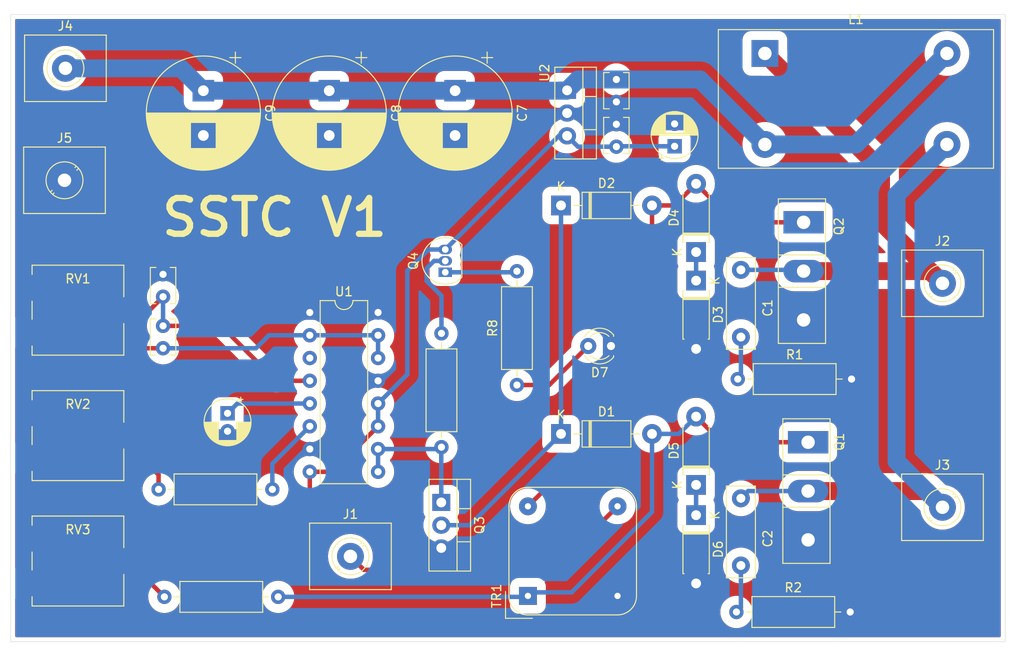
<source format=kicad_pcb>
(kicad_pcb (version 20240108) (generator "pcbnew") (generator_version "8.0")
  (layers (0 "F.Cu" signal) (31 "B.Cu" signal) (34 "B.Paste" user) (35 "F.Paste" user) (36 "B.SilkS" user "B.Silkscreen") (37 "F.SilkS" user "F.Silkscreen") (38 "B.Mask" user) (39 "F.Mask" user) (44 "Edge.Cuts" user))
  (net 0 "")
  (net 1 "Net-(J2-Pin_1)")
  (net 2 "Net-(C1-Pad2)")
  (net 3 "Net-(C2-Pad2)")
  (net 4 "Net-(J3-Pin_1)")
  (net 5 "GND")
  (net 6 "VCC")
  (net 7 "Net-(U1-CT)")
  (net 8 "+12V")
  (net 9 "Net-(U1-DTC)")
  (net 10 "Net-(U1-1IN-)")
  (net 11 "Net-(D1-K)")
  (net 12 "Net-(D1-A)")
  (net 13 "Net-(D2-A)")
  (net 14 "Net-(D3-K)")
  (net 15 "Net-(D5-K)")
  (net 16 "Net-(D7-A)")
  (net 17 "Net-(J1-Pin_1)")
  (net 18 "Net-(Q3-G)")
  (net 19 "Net-(Q4-B)")
  (net 20 "Net-(Q4-C)")
  (net 21 "Net-(R3-Pad2)")
  (net 22 "Net-(U1-RT)")
  (net 23 "Net-(R6-Pad2)")
  (footprint "Diode_THT:D_DO-41_SOD81_P10.16mm_Horizontal" (layer "F.Cu") (at 176.92 54.81)
    (property "Reference" "D2" (at 5.08 -2.47 0) (layer "F.SilkS"))
    (property "Value" "1N5819")
    (fp_text user "K" (at 0 -2.1 0) (layer "F.SilkS"))
    (pad "1" thru_hole rect (at 0 0) (size 2.2 2.2) (drill 1.1) (layers "*.Cu" "*.Mask") (net 11 "Net-(D1-K)"))
    (pad "2" thru_hole oval (at 10.16 0) (size 2.2 2.2) (drill 1.1) (layers "*.Cu" "*.Mask") (net 13 "Net-(D2-A)"))
  )
  (footprint "Resistor_THT:R_Axial_DIN0309_L9.0mm_D3.2mm_P12.70mm_Horizontal" (layer "F.Cu") (at 163.576 69.088 -90)
    (property "Reference" "R5" (hide yes))
    (property "Value" "5K")
    (pad "1" thru_hole circle (at 0 0 270) (size 1.6 1.6) (drill 0.8) (layers "*.Cu" "*.Mask") (net 19 "Net-(Q4-B)"))
    (pad "2" thru_hole oval (at 12.7 0 270) (size 1.6 1.6) (drill 0.8) (layers "*.Cu" "*.Mask") (net 18 "Net-(Q3-G)"))
  )
  (footprint "Package_TO_SOT_THT:TO-247-3_Vertical" (layer "F.Cu") (at 204.5 81.24 -90)
    (property "Reference" "Q1" (at -0.05 -3.5 90) (layer "F.SilkS"))
    (property "Value" "IRFP250N")
    (pad "1" thru_hole rect (at 0 0 270) (size 2.5 4.5) (drill 1.5) (layers "*.Cu" "*.Mask") (net 12 "Net-(D1-A)"))
    (pad "2" thru_hole oval (at 5.45 0 270) (size 2.5 4.5) (drill 1.5) (layers "*.Cu" "*.Mask") (net 4 "Net-(J3-Pin_1)"))
    (pad "3" thru_hole oval (at 10.9 0 270) (size 2.5 4.5) (drill 1.5) (layers "*.Cu" "*.Mask") (net 5 "GND"))
  )
  (footprint "Capacitor_THT:CP_Radial_D5.0mm_P2.50mm" (layer "F.Cu") (at 189.6 48.205113 90)
    (property "Reference" "C11" (hide yes))
    (property "Value" "470uF")
    (pad "1" thru_hole rect (at 0 0 90) (size 1.6 1.6) (drill 0.8) (layers "*.Cu" "*.Mask") (net 8 "+12V"))
    (pad "2" thru_hole circle (at 2.5 0 90) (size 1.6 1.6) (drill 0.8) (layers "*.Cu" "*.Mask") (net 5 "GND"))
  )
  (footprint "LED_THT:LED_D3.0mm" (layer "F.Cu") (at 182.5 70.5 180)
    (property "Reference" "D7" (at 1.27 -2.96 0) (layer "F.SilkS"))
    (property "Value" "LED")
    (pad "1" thru_hole rect (at 0 0 180) (size 1.8 1.8) (drill 0.9) (layers "*.Cu" "*.Mask") (net 5 "GND"))
    (pad "2" thru_hole circle (at 2.54 0 180) (size 1.8 1.8) (drill 0.9) (layers "*.Cu" "*.Mask") (net 16 "Net-(D7-A)"))
  )
  (footprint "Capacitor_THT:C_Disc_D3.8mm_W2.6mm_P2.50mm" (layer "F.Cu") (at 132.5 65 90)
    (property "Reference" "C6" (hide yes))
    (property "Value" "100nF")
    (pad "1" thru_hole circle (at 0 0 90) (size 1.6 1.6) (drill 0.8) (layers "*.Cu" "*.Mask") (net 9 "Net-(U1-DTC)"))
    (pad "2" thru_hole circle (at 2.5 0 90) (size 1.6 1.6) (drill 0.8) (layers "*.Cu" "*.Mask") (net 5 "GND"))
  )
  (footprint "Capacitor_THT:CP_Radial_D12.5mm_P5.00mm" (layer "F.Cu") (at 165.1 42 -90)
    (property "Reference" "C7" (at 2.5 -7.5 90) (layer "F.SilkS"))
    (property "Value" "2200uF 35V")
    (pad "1" thru_hole rect (at 0 0 270) (size 2.4 2.4) (drill 1.2) (layers "*.Cu" "*.Mask") (net 6 "VCC"))
    (pad "2" thru_hole circle (at 5 0 270) (size 2.4 2.4) (drill 1.2) (layers "*.Cu" "*.Mask") (net 5 "GND"))
  )
  (footprint "Diode_THT:D_DO-41_SOD81_P7.62mm_Horizontal" (layer "F.Cu") (at 192 89.38 -90)
    (property "Reference" "D6" (at 3.81 -2.47 90) (layer "F.SilkS"))
    (property "Value" "12v")
    (fp_text user "K" (at 0 -2.1 90) (layer "F.SilkS"))
    (pad "1" thru_hole rect (at 0 0 270) (size 2.2 2.2) (drill 1.1) (layers "*.Cu" "*.Mask") (net 15 "Net-(D5-K)"))
    (pad "2" thru_hole oval (at 7.62 0 270) (size 2.2 2.2) (drill 1.1) (layers "*.Cu" "*.Mask") (net 5 "GND"))
  )
  (footprint "Capacitor_THT:CP_Radial_D5.0mm_P2.00mm" (layer "F.Cu") (at 139.7 78.01 -90)
    (property "Reference" "C4" (hide yes))
    (property "Value" "10uF")
    (pad "1" thru_hole rect (at 0 0 270) (size 1.6 1.6) (drill 0.8) (layers "*.Cu" "*.Mask") (net 7 "Net-(U1-CT)"))
    (pad "2" thru_hole circle (at 2 0 270) (size 1.6 1.6) (drill 0.8) (layers "*.Cu" "*.Mask") (net 5 "GND"))
  )
  (footprint "Resistor_THT:R_Axial_DIN0309_L9.0mm_D3.2mm_P12.70mm_Horizontal" (layer "F.Cu") (at 196.5 100.19)
    (property "Reference" "R2" (at 6.35 -2.72 0) (layer "F.SilkS"))
    (property "Value" "10R")
    (pad "1" thru_hole circle (at 0 0) (size 1.6 1.6) (drill 0.8) (layers "*.Cu" "*.Mask") (net 3 "Net-(C2-Pad2)"))
    (pad "2" thru_hole oval (at 12.7 0) (size 1.6 1.6) (drill 0.8) (layers "*.Cu" "*.Mask") (net 5 "GND"))
  )
  (footprint "Capacitor_THT:CP_Radial_D12.5mm_P5.00mm" (layer "F.Cu") (at 137 42 -90)
    (property "Reference" "C9" (at 2.5 -7.5 90) (layer "F.SilkS"))
    (property "Value" "2200uF 35V")
    (pad "1" thru_hole rect (at 0 0 270) (size 2.4 2.4) (drill 1.2) (layers "*.Cu" "*.Mask") (net 6 "VCC"))
    (pad "2" thru_hole circle (at 5 0 270) (size 2.4 2.4) (drill 1.2) (layers "*.Cu" "*.Mask") (net 5 "GND"))
  )
  (footprint "TerminalBlock_MetzConnect:TerminalBlock_MetzConnect_360271_1x01_Horizontal_ScrewM3.0_Boxed" (layer "F.Cu") (at 121.5 52)
    (property "Reference" "J5" (at 0 -4.71 0) (layer "F.SilkS"))
    (property "Value" "GND")
    (pad "1" thru_hole circle (at 0 0) (size 3 3) (drill 1.5) (layers "*.Cu" "*.Mask") (net 5 "GND"))
  )
  (footprint "Potentiometer_SMD:Potentiometer_ACP_CA9-VSMD_Vertical" (layer "F.Cu") (at 123 94.5)
    (property "Reference" "RV3" (at 0 -3.5 0) (layer "F.SilkS"))
    (property "Value" "10k")
    (pad "1" smd rect (at -4.625 2.5) (size 2.5 2.5) (layers "F.Cu" "F.Paste" "F.Mask") (net 8 "+12V"))
    (pad "2" smd rect (at 4.625 0) (size 2.5 2.5) (layers "F.Cu" "F.Paste" "F.Mask") (net 21 "Net-(R3-Pad2)"))
    (pad "3" smd rect (at -4.625 -2.5) (size 2.5 2.5) (layers "F.Cu" "F.Paste" "F.Mask") (net 5 "GND"))
  )
  (footprint "Potentiometer_SMD:Potentiometer_ACP_CA9-VSMD_Vertical" (layer "F.Cu") (at 123 66.5)
    (property "Reference" "RV1" (at 0 -3.5 0) (layer "F.SilkS"))
    (property "Value" "10k")
    (pad "1" smd rect (at -4.625 2.5) (size 2.5 2.5) (layers "F.Cu" "F.Paste" "F.Mask") (net 10 "Net-(U1-1IN-)"))
    (pad "2" smd rect (at 4.625 0) (size 2.5 2.5) (layers "F.Cu" "F.Paste" "F.Mask") (net 9 "Net-(U1-DTC)"))
    (pad "3" smd rect (at -4.625 -2.5) (size 2.5 2.5) (layers "F.Cu" "F.Paste" "F.Mask") (net 5 "GND"))
  )
  (footprint "Diode_THT:D_DO-41_SOD81_P7.62mm_Horizontal" (layer "F.Cu") (at 192 86 90)
    (property "Reference" "D5" (at 3.81 -2.47 90) (layer "F.SilkS"))
    (property "Value" "12v")
    (fp_text user "K" (at 0 -2.1 90) (layer "F.SilkS"))
    (pad "1" thru_hole rect (at 0 0 90) (size 2.2 2.2) (drill 1.1) (layers "*.Cu" "*.Mask") (net 15 "Net-(D5-K)"))
    (pad "2" thru_hole oval (at 7.62 0 90) (size 2.2 2.2) (drill 1.1) (layers "*.Cu" "*.Mask") (net 12 "Net-(D1-A)"))
  )
  (footprint "TerminalBlock_MetzConnect:TerminalBlock_MetzConnect_360271_1x01_Horizontal_ScrewM3.0_Boxed" (layer "F.Cu") (at 153.416 93.98)
    (property "Reference" "J1" (at 0 -4.71 0) (layer "F.SilkS"))
    (property "Value" "Secondary")
    (pad "1" thru_hole circle (at 0 0) (size 3 3) (drill 1.5) (layers "*.Cu" "*.Mask") (net 17 "Net-(J1-Pin_1)"))
  )
  (footprint "Capacitor_THT:C_Disc_D3.8mm_W2.6mm_P2.50mm" (layer "F.Cu") (at 183.1 48.25 90)
    (property "Reference" "C5" (hide yes))
    (property "Value" "100nF")
    (pad "1" thru_hole circle (at 0 0 90) (size 1.6 1.6) (drill 0.8) (layers "*.Cu" "*.Mask") (net 8 "+12V"))
    (pad "2" thru_hole circle (at 2.5 0 90) (size 1.6 1.6) (drill 0.8) (layers "*.Cu" "*.Mask") (net 5 "GND"))
  )
  (footprint "Resistor_THT:R_Axial_DIN0309_L9.0mm_D3.2mm_P12.70mm_Horizontal" (layer "F.Cu") (at 145.35 98.5 180)
    (property "Reference" "R3" (hide yes))
    (property "Value" "200R")
    (pad "1" thru_hole circle (at 0 0 180) (size 1.6 1.6) (drill 0.8) (layers "*.Cu" "*.Mask") (net 12 "Net-(D1-A)"))
    (pad "2" thru_hole oval (at 12.7 0 180) (size 1.6 1.6) (drill 0.8) (layers "*.Cu" "*.Mask") (net 21 "Net-(R3-Pad2)"))
  )
  (footprint "Capacitor_THT:C_Disc_D3.8mm_W2.6mm_P2.50mm" (layer "F.Cu") (at 183.1 40.75 -90)
    (property "Reference" "C3" (hide yes))
    (property "Value" "100nF")
    (pad "1" thru_hole circle (at 0 0 270) (size 1.6 1.6) (drill 0.8) (layers "*.Cu" "*.Mask") (net 6 "VCC"))
    (pad "2" thru_hole circle (at 2.5 0 270) (size 1.6 1.6) (drill 0.8) (layers "*.Cu" "*.Mask") (net 5 "GND"))
  )
  (footprint "TerminalBlock_MetzConnect:TerminalBlock_MetzConnect_360271_1x01_Horizontal_ScrewM3.0_Boxed" (layer "F.Cu") (at 219.5 88.5)
    (property "Reference" "J3" (at 0 -4.71 0) (layer "F.SilkS"))
    (property "Value" "Primary2")
    (pad "1" thru_hole circle (at 0 0) (size 3 3) (drill 1.5) (layers "*.Cu" "*.Mask") (net 4 "Net-(J3-Pin_1)"))
  )
  (footprint "Capacitor_THT:CP_Radial_D12.5mm_P5.00mm" (layer "F.Cu") (at 151.05 42 -90)
    (property "Reference" "C8" (at 2.5 -7.5 90) (layer "F.SilkS"))
    (property "Value" "2200uF 35V")
    (pad "1" thru_hole rect (at 0 0 270) (size 2.4 2.4) (drill 1.2) (layers "*.Cu" "*.Mask") (net 6 "VCC"))
    (pad "2" thru_hole circle (at 5 0 270) (size 2.4 2.4) (drill 1.2) (layers "*.Cu" "*.Mask") (net 5 "GND"))
  )
  (footprint "Capacitor_THT:C_Rect_L10.0mm_W3.0mm_P7.50mm_FKS3_FKP3" (layer "F.Cu") (at 197 87.5 -90)
    (property "Reference" "C2" (at 4.5 -3 90) (layer "F.SilkS"))
    (property "Value" "10nF")
    (pad "1" thru_hole circle (at 0 0 270) (size 2 2) (drill 1) (layers "*.Cu" "*.Mask") (net 4 "Net-(J3-Pin_1)"))
    (pad "2" thru_hole circle (at 7.5 0 270) (size 2 2) (drill 1) (layers "*.Cu" "*.Mask") (net 3 "Net-(C2-Pad2)"))
  )
  (footprint "TerminalBlock_MetzConnect:TerminalBlock_MetzConnect_360271_1x01_Horizontal_ScrewM3.0_Boxed" (layer "F.Cu") (at 121.6 39.5)
    (property "Reference" "J4" (at 0 -4.71 0) (layer "F.SilkS"))
    (property "Value" "VCC")
    (pad "1" thru_hole circle (at 0 0) (size 3 3) (drill 1.5) (layers "*.Cu" "*.Mask") (net 6 "VCC"))
  )
  (footprint "Capacitor_THT:C_Disc_D3.8mm_W2.6mm_P2.50mm" (layer "F.Cu") (at 132.5 70.75 90)
    (property "Reference" "C14" (hide yes))
    (property "Value" "100nF")
    (pad "1" thru_hole circle (at 0 0 90) (size 1.6 1.6) (drill 0.8) (layers "*.Cu" "*.Mask") (net 10 "Net-(U1-1IN-)"))
    (pad "2" thru_hole circle (at 2.5 0 90) (size 1.6 1.6) (drill 0.8) (layers "*.Cu" "*.Mask") (net 9 "Net-(U1-DTC)"))
  )
  (footprint "Diode_THT:D_DO-41_SOD81_P10.16mm_Horizontal" (layer "F.Cu") (at 176.92 80.31)
    (property "Reference" "D1" (at 5.08 -2.47 0) (layer "F.SilkS"))
    (property "Value" "1N5819")
    (fp_text user "K" (at 0 -2.1 0) (layer "F.SilkS"))
    (pad "1" thru_hole rect (at 0 0) (size 2.2 2.2) (drill 1.1) (layers "*.Cu" "*.Mask") (net 11 "Net-(D1-K)"))
    (pad "2" thru_hole oval (at 10.16 0) (size 2.2 2.2) (drill 1.1) (layers "*.Cu" "*.Mask") (net 12 "Net-(D1-A)"))
  )
  (footprint "Package_TO_SOT_THT:TO-92_Inline" (layer "F.Cu") (at 164 62.27 90)
    (property "Reference" "Q4" (at 1.27 -3.56 90) (layer "F.SilkS"))
    (property "Value" "BC558")
    (pad "1" thru_hole rect (at 0 0 90) (size 1.05 1.5) (drill 0.75) (layers "*.Cu" "*.Mask") (net 20 "Net-(Q4-C)"))
    (pad "2" thru_hole oval (at 1.27 0 90) (size 1.05 1.5) (drill 0.75) (layers "*.Cu" "*.Mask") (net 19 "Net-(Q4-B)"))
    (pad "3" thru_hole oval (at 2.54 0 90) (size 1.05 1.5) (drill 0.75) (layers "*.Cu" "*.Mask") (net 8 "+12V"))
  )
  (footprint "Package_DIP:DIP-16_W7.62mm" (layer "F.Cu") (at 148.88 66.76)
    (property "Reference" "U1" (at 3.81 -2.33 0) (layer "F.SilkS"))
    (property "Value" "TL494")
    (pad "1" thru_hole rect (at 0 0) (size 1.6 1.6) (drill 0.8) (layers "*.Cu" "*.Mask") (net 5 "GND"))
    (pad "2" thru_hole oval (at 0 2.54) (size 1.6 1.6) (drill 0.8) (layers "*.Cu" "*.Mask") (net 10 "Net-(U1-1IN-)"))
    (pad "3" thru_hole oval (at 0 5.08) (size 1.6 1.6) (drill 0.8) (layers "*.Cu" "*.Mask"))
    (pad "4" thru_hole oval (at 0 7.62) (size 1.6 1.6) (drill 0.8) (layers "*.Cu" "*.Mask") (net 9 "Net-(U1-DTC)"))
    (pad "5" thru_hole oval (at 0 10.16) (size 1.6 1.6) (drill 0.8) (layers "*.Cu" "*.Mask") (net 7 "Net-(U1-CT)"))
    (pad "6" thru_hole oval (at 0 12.7) (size 1.6 1.6) (drill 0.8) (layers "*.Cu" "*.Mask") (net 22 "Net-(U1-RT)"))
    (pad "7" thru_hole oval (at 0 15.24) (size 1.6 1.6) (drill 0.8) (layers "*.Cu" "*.Mask") (net 5 "GND"))
    (pad "8" thru_hole oval (at 0 17.78) (size 1.6 1.6) (drill 0.8) (layers "*.Cu" "*.Mask") (net 8 "+12V"))
    (pad "9" thru_hole oval (at 7.62 17.78) (size 1.6 1.6) (drill 0.8) (layers "*.Cu" "*.Mask") (net 18 "Net-(Q3-G)"))
    (pad "10" thru_hole oval (at 7.62 15.24) (size 1.6 1.6) (drill 0.8) (layers "*.Cu" "*.Mask") (net 18 "Net-(Q3-G)"))
    (pad "11" thru_hole oval (at 7.62 12.7) (size 1.6 1.6) (drill 0.8) (layers "*.Cu" "*.Mask") (net 8 "+12V"))
    (pad "12" thru_hole oval (at 7.62 10.16) (size 1.6 1.6) (drill 0.8) (layers "*.Cu" "*.Mask") (net 8 "+12V"))
    (pad "13" thru_hole oval (at 7.62 7.62) (size 1.6 1.6) (drill 0.8) (layers "*.Cu" "*.Mask") (net 5 "GND"))
    (pad "14" thru_hole oval (at 7.62 5.08) (size 1.6 1.6) (drill 0.8) (layers "*.Cu" "*.Mask") (net 10 "Net-(U1-1IN-)"))
    (pad "15" thru_hole oval (at 7.62 2.54) (size 1.6 1.6) (drill 0.8) (layers "*.Cu" "*.Mask") (net 10 "Net-(U1-1IN-)"))
    (pad "16" thru_hole oval (at 7.62 0) (size 1.6 1.6) (drill 0.8) (layers "*.Cu" "*.Mask") (net 5 "GND"))
  )
  (footprint "Diode_THT:D_DO-41_SOD81_P7.62mm_Horizontal" (layer "F.Cu") (at 192 63.2 -90)
    (property "Reference" "D3" (at 3.81 -2.47 90) (layer "F.SilkS"))
    (property "Value" "12v")
    (fp_text user "K" (at 0 -2.1 90) (layer "F.SilkS"))
    (pad "1" thru_hole rect (at 0 0 270) (size 2.2 2.2) (drill 1.1) (layers "*.Cu" "*.Mask") (net 14 "Net-(D3-K)"))
    (pad "2" thru_hole oval (at 7.62 0 270) (size 2.2 2.2) (drill 1.1) (layers "*.Cu" "*.Mask") (net 5 "GND"))
  )
  (footprint "Inductor_THT:L_CommonMode_Toroid_Vertical_L30.5mm_W15.2mm_Px10.16mm_Py20.32mm_Bourns_8100" (layer "F.Cu") (at 199.68 37.84)
    (property "Reference" "L1" (at 10.16 -3.79 0) (layer "F.SilkS"))
    (property "Value" "100uH Dual choke")
    (pad "1" thru_hole rect (at 0 0) (size 3 3) (drill 1.5) (layers "*.Cu" "*.Mask") (net 1 "Net-(J2-Pin_1)"))
    (pad "2" thru_hole circle (at 0 10.16) (size 3 3) (drill 1.5) (layers "*.Cu" "*.Mask") (net 6 "VCC"))
    (pad "3" thru_hole circle (at 20.32 10.16) (size 3 3) (drill 1.5) (layers "*.Cu" "*.Mask") (net 4 "Net-(J3-Pin_1)"))
    (pad "4" thru_hole circle (at 20.32 0) (size 3 3) (drill 1.5) (layers "*.Cu" "*.Mask") (net 6 "VCC"))
  )
  (footprint "Package_TO_SOT_THT:TO-220-3_Vertical" (layer "F.Cu") (at 177.6 41.96 -90)
    (property "Reference" "U2" (at -1.96 2.5 90) (layer "F.SilkS"))
    (property "Value" "L7812")
    (pad "1" thru_hole rect (at 0 0 270) (size 1.905 2) (drill 1.1) (layers "*.Cu" "*.Mask") (net 6 "VCC"))
    (pad "2" thru_hole oval (at 2.54 0 270) (size 1.905 2) (drill 1.1) (layers "*.Cu" "*.Mask") (net 5 "GND"))
    (pad "3" thru_hole oval (at 5.08 0 270) (size 1.905 2) (drill 1.1) (layers "*.Cu" "*.Mask") (net 8 "+12V"))
  )
  (footprint "Package_TO_SOT_THT:TO-247-3_Vertical" (layer "F.Cu") (at 204 56.69 -90)
    (property "Reference" "Q2" (at 0.45 -3.95 90) (layer "F.SilkS"))
    (property "Value" "IRFP250N")
    (pad "1" thru_hole rect (at 0 0 270) (size 2.5 4.5) (drill 1.5) (layers "*.Cu" "*.Mask") (net 13 "Net-(D2-A)"))
    (pad "2" thru_hole oval (at 5.45 0 270) (size 2.5 4.5) (drill 1.5) (layers "*.Cu" "*.Mask") (net 1 "Net-(J2-Pin_1)"))
    (pad "3" thru_hole oval (at 10.9 0 270) (size 2.5 4.5) (drill 1.5) (layers "*.Cu" "*.Mask") (net 5 "GND"))
  )
  (footprint "Package_TO_SOT_THT:TO-220-3_Vertical" (layer "F.Cu") (at 163.555 87.96 -90)
    (property "Reference" "Q3" (at 2.54 -4.27 90) (layer "F.SilkS"))
    (property "Value" "IRF540N")
    (pad "1" thru_hole rect (at 0 0 270) (size 1.905 2) (drill 1.1) (layers "*.Cu" "*.Mask") (net 18 "Net-(Q3-G)"))
    (pad "2" thru_hole oval (at 2.54 0 270) (size 1.905 2) (drill 1.1) (layers "*.Cu" "*.Mask") (net 11 "Net-(D1-K)"))
    (pad "3" thru_hole oval (at 5.08 0 270) (size 1.905 2) (drill 1.1) (layers "*.Cu" "*.Mask") (net 5 "GND"))
  )
  (footprint "Resistor_THT:R_Axial_DIN0309_L9.0mm_D3.2mm_P12.70mm_Horizontal" (layer "F.Cu") (at 144.7 86.5 180)
    (property "Reference" "R6" (hide yes))
    (property "Value" "470R")
    (pad "1" thru_hole circle (at 0 0 180) (size 1.6 1.6) (drill 0.8) (layers "*.Cu" "*.Mask") (net 22 "Net-(U1-RT)"))
    (pad "2" thru_hole oval (at 12.7 0 180) (size 1.6 1.6) (drill 0.8) (layers "*.Cu" "*.Mask") (net 23 "Net-(R6-Pad2)"))
  )
  (footprint "TerminalBlock_MetzConnect:TerminalBlock_MetzConnect_360271_1x01_Horizontal_ScrewM3.0_Boxed" (layer "F.Cu") (at 219.5 63.5)
    (property "Reference" "J2" (at 0 -4.71 0) (layer "F.SilkS"))
    (property "Value" "Primary1")
    (pad "1" thru_hole circle (at 0 0) (size 3 3) (drill 1.5) (layers "*.Cu" "*.Mask") (net 1 "Net-(J2-Pin_1)"))
  )
  (footprint "Resistor_THT:R_Axial_DIN0309_L9.0mm_D3.2mm_P12.70mm_Horizontal" (layer "F.Cu") (at 196.65 74.19)
    (property "Reference" "R1" (at 6.35 -2.72 0) (layer "F.SilkS"))
    (property "Value" "10R")
    (pad "1" thru_hole circle (at 0 0) (size 1.6 1.6) (drill 0.8) (layers "*.Cu" "*.Mask") (net 2 "Net-(C1-Pad2)"))
    (pad "2" thru_hole oval (at 12.7 0) (size 1.6 1.6) (drill 0.8) (layers "*.Cu" "*.Mask") (net 5 "GND"))
  )
  (footprint "Inductor_THT:Choke_Schaffner_RN102-04-14.0x14.0mm" (layer "F.Cu") (at 173.228 98.392 90)
    (property "Reference" "TR1" (at 0 -3.5 90) (layer "F.SilkS"))
    (property "Value" "Current Transformer")
    (pad "1" thru_hole rect (at 0 0 90) (size 2 2) (drill 0.7) (layers "*.Cu" "*.Mask") (net 12 "Net-(D1-A)"))
    (pad "2" thru_hole circle (at 10 0 90) (size 2 2) (drill 0.7) (layers "*.Cu" "*.Mask") (net 13 "Net-(D2-A)"))
    (pad "3" thru_hole circle (at 0 10 90) (size 2 2) (drill 0.7) (layers "*.Cu" "*.Mask") (net 5 "GND"))
    (pad "4" thru_hole circle (at 10 10 90) (size 2 2) (drill 0.7) (layers "*.Cu" "*.Mask") (net 17 "Net-(J1-Pin_1)"))
  )
  (footprint "Potentiometer_SMD:Potentiometer_ACP_CA9-VSMD_Vertical" (layer "F.Cu") (at 123 80.5)
    (property "Reference" "RV2" (at 0 -3.5 0) (layer "F.SilkS"))
    (property "Value" "10k")
    (pad "1" smd rect (at -4.625 2.5) (size 2.5 2.5) (layers "F.Cu" "F.Paste" "F.Mask") (net 23 "Net-(R6-Pad2)"))
    (pad "2" smd rect (at 4.625 0) (size 2.5 2.5) (layers "F.Cu" "F.Paste" "F.Mask") (net 23 "Net-(R6-Pad2)"))
    (pad "3" smd rect (at -4.625 -2.5) (size 2.5 2.5) (layers "F.Cu" "F.Paste" "F.Mask") (net 5 "GND"))
  )
  (footprint "Capacitor_THT:C_Rect_L10.0mm_W3.0mm_P7.50mm_FKS3_FKP3" (layer "F.Cu") (at 197 62 -90)
    (property "Reference" "C1" (at 4.25 -3 90) (layer "F.SilkS"))
    (property "Value" "10nF")
    (pad "1" thru_hole circle (at 0 0 270) (size 2 2) (drill 1) (layers "*.Cu" "*.Mask") (net 1 "Net-(J2-Pin_1)"))
    (pad "2" thru_hole circle (at 7.5 0 270) (size 2 2) (drill 1) (layers "*.Cu" "*.Mask") (net 2 "Net-(C1-Pad2)"))
  )
  (footprint "Resistor_THT:R_Axial_DIN0309_L9.0mm_D3.2mm_P12.70mm_Horizontal" (layer "F.Cu") (at 172 74.85 90)
    (property "Reference" "R8" (at 6.35 -2.72 90) (layer "F.SilkS"))
    (property "Value" "10K")
    (pad "1" thru_hole circle (at 0 0 90) (size 1.6 1.6) (drill 0.8) (layers "*.Cu" "*.Mask") (net 16 "Net-(D7-A)"))
    (pad "2" thru_hole oval (at 12.7 0 90) (size 1.6 1.6) (drill 0.8) (layers "*.Cu" "*.Mask") (net 20 "Net-(Q4-C)"))
  )
  (footprint "Diode_THT:D_DO-41_SOD81_P7.62mm_Horizontal" (layer "F.Cu") (at 192 60.01 90)
    (property "Reference" "D4" (at 3.81 -2.47 90) (layer "F.SilkS"))
    (property "Value" "12v")
    (fp_text user "K" (at 0 -2.1 90) (layer "F.SilkS"))
    (pad "1" thru_hole rect (at 0 0 90) (size 2.2 2.2) (drill 1.1) (layers "*.Cu" "*.Mask") (net 14 "Net-(D3-K)"))
    (pad "2" thru_hole oval (at 7.62 0 90) (size 2.2 2.2) (drill 1.1) (layers "*.Cu" "*.Mask") (net 13 "Net-(D2-A)"))
  )
  (gr_rect (start 115.5 33.5) (end 226.5 103.5) (stroke (width 0.05)) (fill none) (layer "Edge.Cuts"))
  (gr_text "SSTC V1\n" (at 132 58.5 0) (layer "F.SilkS") (effects (font (size 4 4) (thickness 0.7) (bold yes)) (justify left bottom)))
  (segment (start 212.64 56.64) (end 219.5 63.5) (width 2) (layer "F.Cu") (net 1))
  (segment (start 199.68 37.84) (end 212.64 50.8) (width 2) (layer "F.Cu") (net 1))
  (segment (start 212.64 50.8) (end 212.64 56.64) (width 2) (layer "F.Cu") (net 1))
  (segment (start 204 62.14) (end 218.14 62.14) (width 2) (layer "F.Cu") (net 1))
  (segment (start 218.14 62.14) (end 219.5 63.5) (width 2) (layer "F.Cu") (net 1))
  (segment (start 197 62) (end 203.86 62) (width 0.5) (layer "B.Cu") (net 1))
  (segment (start 203.86 62) (end 204 62.14) (width 0.5) (layer "B.Cu") (net 1))
  (segment (start 197 73.84) (end 196.65 74.19) (width 0.5) (layer "B.Cu") (net 2))
  (segment (start 197 69.5) (end 197 73.84) (width 0.5) (layer "B.Cu") (net 2))
  (segment (start 197 99.69) (end 196.5 100.19) (width 0.5) (layer "B.Cu") (net 3))
  (segment (start 197 95) (end 197 99.69) (width 0.5) (layer "B.Cu") (net 3))
  (segment (start 204.5 86.69) (end 217.69 86.69) (width 2) (layer "F.Cu") (net 4))
  (segment (start 217.69 86.69) (end 219.5 88.5) (width 2) (layer "F.Cu") (net 4))
  (segment (start 214.376 53.624) (end 220 48) (width 2) (layer "B.Cu") (net 4))
  (segment (start 204.5 86.69) (end 197.81 86.69) (width 0.5) (layer "B.Cu") (net 4))
  (segment (start 214.376 83.376) (end 214.376 53.624) (width 2) (layer "B.Cu") (net 4))
  (segment (start 219.5 88.5) (end 214.376 83.376) (width 2) (layer "B.Cu") (net 4))
  (segment (start 197.81 86.69) (end 197 87.5) (width 0.5) (layer "B.Cu") (net 4))
  (segment (start 182.82 70.82) (end 182.5 70.5) (width 0.5) (layer "B.Cu") (net 5))
  (segment (start 192 70.82) (end 182.82 70.82) (width 0.5) (layer "B.Cu") (net 5))
  (segment (start 121.6 39.5) (end 134.5 39.5) (width 2) (layer "B.Cu") (net 6))
  (segment (start 165.1 42) (end 177.56 42) (width 2) (layer "B.Cu") (net 6))
  (segment (start 134.5 39.5) (end 137 42) (width 2) (layer "B.Cu") (net 6))
  (segment (start 209.84 48) (end 220 37.84) (width 2) (layer "B.Cu") (net 6))
  (segment (start 177.56 42) (end 177.6 41.96) (width 2) (layer "B.Cu") (net 6))
  (segment (start 178.81 40.75) (end 183.1 40.75) (width 2) (layer "B.Cu") (net 6))
  (segment (start 183.1 40.75) (end 192.43 40.75) (width 2) (layer "B.Cu") (net 6))
  (segment (start 137 42) (end 151.05 42) (width 2) (layer "B.Cu") (net 6))
  (segment (start 199.68 48) (end 209.84 48) (width 2) (layer "B.Cu") (net 6))
  (segment (start 177.6 41.96) (end 178.81 40.75) (width 2) (layer "B.Cu") (net 6))
  (segment (start 192.43 40.75) (end 199.68 48) (width 2) (layer "B.Cu") (net 6))
  (segment (start 151.05 42) (end 165.1 42) (width 2) (layer "B.Cu") (net 6))
  (segment (start 148.88 76.92) (end 140.79 76.92) (width 0.5) (layer "B.Cu") (net 7))
  (segment (start 140.79 76.92) (end 139.7 78.01) (width 0.5) (layer "B.Cu") (net 7))
  (segment (start 146.05 89.916) (end 148.88 87.086) (width 0.5) (layer "F.Cu") (net 8))
  (segment (start 125.459 89.916) (end 146.05 89.916) (width 0.5) (layer "F.Cu") (net 8))
  (segment (start 148.88 87.086) (end 148.88 84.54) (width 0.5) (layer "F.Cu") (net 8))
  (segment (start 148.88 84.54) (end 151.42 84.54) (width 0.5) (layer "F.Cu") (net 8))
  (segment (start 151.42 84.54) (end 156.5 79.46) (width 0.5) (layer "F.Cu") (net 8))
  (segment (start 118.375 97) (end 125.459 89.916) (width 0.5) (layer "F.Cu") (net 8))
  (segment (start 159.766 62.103) (end 162.139 59.73) (width 0.5) (layer "B.Cu") (net 8))
  (segment (start 178.81 48.25) (end 177.6 47.04) (width 0.5) (layer "B.Cu") (net 8))
  (segment (start 156.5 79.46) (end 156.5 76.92) (width 0.5) (layer "B.Cu") (net 8))
  (segment (start 156.5 76.92) (end 159.766 73.654) (width 0.5) (layer "B.Cu") (net 8))
  (segment (start 183.144887 48.205113) (end 183.1 48.25) (width 0.5) (layer "B.Cu") (net 8))
  (segment (start 177.6 47.04) (end 176.69 47.04) (width 0.5) (layer "B.Cu") (net 8))
  (segment (start 162.139 59.73) (end 164 59.73) (width 0.5) (layer "B.Cu") (net 8))
  (segment (start 183.1 48.25) (end 178.81 48.25) (width 0.5) (layer "B.Cu") (net 8))
  (segment (start 176.69 47.04) (end 164 59.73) (width 0.5) (layer "B.Cu") (net 8))
  (segment (start 189.6 48.205113) (end 183.144887 48.205113) (width 0.5) (layer "B.Cu") (net 8))
  (segment (start 159.766 73.654) (end 159.766 62.103) (width 0.5) (layer "B.Cu") (net 8))
  (segment (start 138.989 68.25) (end 145.161 74.422) (width 0.5) (layer "F.Cu") (net 9))
  (segment (start 145.203 74.38) (end 148.88 74.38) (width 0.5) (layer "F.Cu") (net 9))
  (segment (start 131 66.5) (end 132.5 65) (width 0.5) (layer "F.Cu") (net 9))
  (segment (start 145.161 74.422) (end 145.203 74.38) (width 0.5) (layer "F.Cu") (net 9))
  (segment (start 127.625 66.5) (end 131 66.5) (width 0.5) (layer "F.Cu") (net 9))
  (segment (start 132.5 68.25) (end 138.989 68.25) (width 0.5) (layer "F.Cu") (net 9))
  (segment (start 132.5 68.25) (end 132.5 65) (width 0.5) (layer "B.Cu") (net 9))
  (segment (start 120.125 70.75) (end 118.375 69) (width 0.5) (layer "F.Cu") (net 10))
  (segment (start 132.5 70.75) (end 120.125 70.75) (width 0.5) (layer "F.Cu") (net 10))
  (segment (start 156.5 69.3) (end 148.88 69.3) (width 0.5) (layer "B.Cu") (net 10))
  (segment (start 132.5 70.75) (end 142.864 70.75) (width 0.5) (layer "B.Cu") (net 10))
  (segment (start 142.864 70.75) (end 144.314 69.3) (width 0.5) (layer "B.Cu") (net 10))
  (segment (start 144.314 69.3) (end 148.88 69.3) (width 0.5) (layer "B.Cu") (net 10))
  (segment (start 156.5 71.84) (end 156.5 69.3) (width 0.5) (layer "B.Cu") (net 10))
  (segment (start 176.92 54.81) (end 176.92 80.31) (width 0.5) (layer "B.Cu") (net 11))
  (segment (start 176.92 80.31) (end 166.73 90.5) (width 0.5) (layer "B.Cu") (net 11))
  (segment (start 166.73 90.5) (end 163.555 90.5) (width 0.5) (layer "B.Cu") (net 11))
  (segment (start 204.5 81.24) (end 194.86 81.24) (width 0.5) (layer "F.Cu") (net 12))
  (segment (start 194.86 81.24) (end 192 78.38) (width 0.5) (layer "F.Cu") (net 12))
  (segment (start 145.35 98.5) (end 172.5 98.5) (width 0.5) (layer "B.Cu") (net 12))
  (segment (start 190.07 80.31) (end 192 78.38) (width 0.5) (layer "B.Cu") (net 12))
  (segment (start 187.08 80.31) (end 190.07 80.31) (width 0.5) (layer "B.Cu") (net 12))
  (segment (start 178.098 98) (end 187.08 89.018) (width 0.5) (layer "B.Cu") (net 12))
  (segment (start 173 98) (end 178.098 98) (width 0.5) (layer "B.Cu") (net 12))
  (segment (start 187.08 89.018) (end 187.08 80.31) (width 0.5) (layer "B.Cu") (net 12))
  (segment (start 172.5 98.5) (end 173 98) (width 0.5) (layer "B.Cu") (net 12))
  (segment (start 196.3 56.69) (end 192 52.39) (width 0.5) (layer "F.Cu") (net 13))
  (segment (start 189.58 54.81) (end 192 52.39) (width 0.5) (layer "F.Cu") (net 13))
  (segment (start 187.08 54.81) (end 189.58 54.81) (width 0.5) (layer "F.Cu") (net 13))
  (segment (start 173.228 88.392) (end 187.08 74.54) (width 0.5) (layer "F.Cu") (net 13))
  (segment (start 187.08 74.54) (end 187.08 54.81) (width 0.5) (layer "F.Cu") (net 13))
  (segment (start 204 56.69) (end 196.3 56.69) (width 0.5) (layer "F.Cu") (net 13))
  (segment (start 192 63.2) (end 192 60.01) (width 0.5) (layer "B.Cu") (net 14))
  (segment (start 192 86) (end 192 89.38) (width 0.5) (layer "B.Cu") (net 15))
  (segment (start 175.61 74.85) (end 179.96 70.5) (width 0.5) (layer "F.Cu") (net 16))
  (segment (start 172 74.85) (end 175.61 74.85) (width 0.5) (layer "F.Cu") (net 16))
  (segment (start 153.416 93.98) (end 154.916 95.48) (width 0.5) (layer "F.Cu") (net 17))
  (segment (start 176.14 95.48) (end 183.228 88.392) (width 0.5) (layer "F.Cu") (net 17))
  (segment (start 154.916 95.48) (end 176.14 95.48) (width 0.5) (layer "F.Cu") (net 17))
  (segment (start 156.5 82) (end 163.364 82) (width 0.5) (layer "B.Cu") (net 18))
  (segment (start 163.555 87.96) (end 163.555 82.295) (width 0.5) (layer "B.Cu") (net 18))
  (segment (start 163.555 82.295) (end 164 81.85) (width 0.5) (layer "B.Cu") (net 18))
  (segment (start 156.5 84.54) (end 156.5 82) (width 0.5) (layer "B.Cu") (net 18))
  (segment (start 163.364 82) (end 163.576 81.788) (width 0.5) (layer "B.Cu") (net 18))
  (segment (start 161.925 63.246) (end 161.925 61.825) (width 0.5) (layer "B.Cu") (net 19))
  (segment (start 161.925 61.825) (end 162.75 61) (width 0.5) (layer "B.Cu") (net 19))
  (segment (start 163.576 64.897) (end 161.925 63.246) (width 0.5) (layer "B.Cu") (net 19))
  (segment (start 162.75 61) (end 164 61) (width 0.5) (layer "B.Cu") (net 19))
  (segment (start 163.576 69.088) (end 163.576 64.897) (width 0.5) (layer "B.Cu") (net 19))
  (segment (start 171.88 62.27) (end 172 62.15) (width 0.5) (layer "B.Cu") (net 20))
  (segment (start 164 62.27) (end 171.88 62.27) (width 0.5) (layer "B.Cu") (net 20))
  (segment (start 128.65 94.5) (end 132.65 98.5) (width 0.5) (layer "F.Cu") (net 21))
  (segment (start 127.625 94.5) (end 128.65 94.5) (width 0.5) (layer "F.Cu") (net 21))
  (segment (start 144.7 86.5) (end 144.7 83.64) (width 0.5) (layer "B.Cu") (net 22))
  (segment (start 144.7 83.64) (end 148.88 79.46) (width 0.5) (layer "B.Cu") (net 22))
  (segment (start 132 86.5) (end 132 84.875) (width 0.5) (layer "F.Cu") (net 23))
  (segment (start 125.125 83) (end 127.625 80.5) (width 0.5) (layer "F.Cu") (net 23))
  (segment (start 132 84.875) (end 127.625 80.5) (width 0.5) (layer "F.Cu") (net 23))
  (segment (start 118.375 83) (end 125.125 83) (width 0.5) (layer "F.Cu") (net 23))
  (zone (net 5) (net_name "GND") (layers "F&B.Cu") (connect_pads yes (clearance 1)) (min_thickness 0.25) (fill yes (thermal_gap 0.5) (thermal_bridge_width 0.5))
    (polygon (pts (xy 114.427 32.258) (xy 114.3 105.283) (xy 228.6 105.537) (xy 227.838 31.877) (xy 114.808 32.385)))
  )
)
</source>
